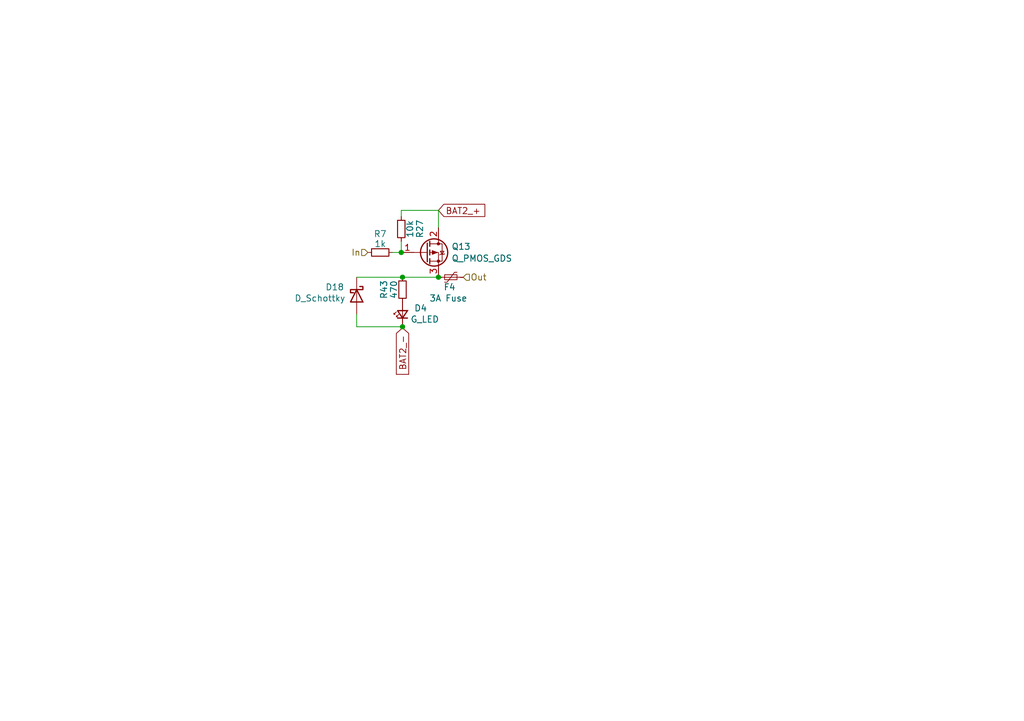
<source format=kicad_sch>
(kicad_sch (version 20230121) (generator eeschema)
  (paper "A5")
  (lib_symbols
    (symbol "Device:D_Schottky" (pin_numbers hide) (pin_names (offset 1.016) hide)
      (property "Reference" "D" (at 0 2.54 0))
      (property "Value" "D_Schottky" (at 0 -2.54 0))
      (symbol "D_Schottky_0_1"
        (polyline (pts (xy 1.27 0) (xy -1.27 0)))
        (polyline (pts (xy 1.27 1.27) (xy 1.27 -1.27) (xy -1.27 0) (xy 1.27 1.27)) (stroke (width 0.254)))
        (polyline (pts (xy -1.905 0.635) (xy -1.905 1.27) (xy -1.27 1.27) (xy -1.27 -1.27) (xy -0.635 -1.27) (xy -0.635 -0.635)) (stroke (width 0.254)))
      )
      (symbol "D_Schottky_1_1"
        (pin passive line (at -3.81 0 0) (length 2.54) (name "K") (number "1"))
        (pin passive line (at 3.81 0 180) (length 2.54) (name "A") (number "2"))
      )
    )
    (symbol "Device:LED_Small" (pin_numbers hide) (pin_names (offset 0.254) hide)
      (property "Reference" "D" (at -1.27 3.175 0))
      (property "Value" "LED_Small" (at -4.445 -2.54 0))
      (symbol "LED_Small_0_1"
        (polyline (pts (xy -0.762 -1.016) (xy -0.762 1.016)) (stroke (width 0.254)))
        (polyline (pts (xy 1.016 0) (xy -0.762 0)))
        (polyline (pts (xy 0.762 -1.016) (xy -0.762 0) (xy 0.762 1.016) (xy 0.762 -1.016)) (stroke (width 0.254)))
        (polyline (pts (xy 0 0.762) (xy -0.508 1.27) (xy -0.254 1.27) (xy -0.508 1.27) (xy -0.508 1.016)))
        (polyline (pts (xy 0.508 1.27) (xy 0 1.778) (xy 0.254 1.778) (xy 0 1.778) (xy 0 1.524)))
      )
      (symbol "LED_Small_1_1"
        (pin passive line (at -2.54 0 0) (length 1.778) (name "K") (number "1"))
        (pin passive line (at 2.54 0 180) (length 1.778) (name "A") (number "2"))
      )
    )
    (symbol "Device:Polyfuse_Small" (pin_numbers hide) (pin_names (offset 0))
      (property "Reference" "F" (at -1.905 0 90))
      (property "Value" "Polyfuse_Small" (at 1.905 0 90))
      (symbol "Polyfuse_Small_0_1"
        (rectangle (start -0.508 1.27) (end 0.508 -1.27))
        (polyline (pts (xy 0 2.54) (xy 0 -2.54)))
        (polyline (pts (xy -1.016 1.27) (xy -1.016 0.762) (xy 1.016 -0.762) (xy 1.016 -1.27)))
      )
      (symbol "Polyfuse_Small_1_1"
        (pin passive line (at 0 2.54 270) (length 0.635) (name "~") (number "1"))
        (pin passive line (at 0 -2.54 90) (length 0.635) (name "~") (number "2"))
      )
    )
    (symbol "Device:Q_PMOS_GDS" (pin_names (offset 0) hide)
      (property "Reference" "Q" (at 5.08 1.27 0))
      (property "Value" "Q_PMOS_GDS" (at 5.08 -1.27 0))
      (symbol "Q_PMOS_GDS_0_1"
        (polyline (pts (xy 0.254 0) (xy -2.54 0)))
        (polyline (pts (xy 0.254 1.905) (xy 0.254 -1.905)) (stroke (width 0.254)))
        (polyline (pts (xy 0.762 -1.27) (xy 0.762 -2.286)) (stroke (width 0.254)))
        (polyline (pts (xy 0.762 0.508) (xy 0.762 -0.508)) (stroke (width 0.254)))
        (polyline (pts (xy 0.762 2.286) (xy 0.762 1.27)) (stroke (width 0.254)))
        (polyline (pts (xy 2.54 2.54) (xy 2.54 1.778)))
        (polyline (pts (xy 2.54 -2.54) (xy 2.54 0) (xy 0.762 0)))
        (polyline (pts (xy 0.762 1.778) (xy 3.302 1.778) (xy 3.302 -1.778) (xy 0.762 -1.778)))
        (polyline (pts (xy 2.286 0) (xy 1.27 0.381) (xy 1.27 -0.381) (xy 2.286 0)) (fill (type outline)))
        (polyline (pts (xy 2.794 -0.508) (xy 2.921 -0.381) (xy 3.683 -0.381) (xy 3.81 -0.254)))
        (polyline (pts (xy 3.302 -0.381) (xy 2.921 0.254) (xy 3.683 0.254) (xy 3.302 -0.381)))
        (circle (center 1.651 0) (radius 2.794) (stroke (width 0.254)))
        (circle (center 2.54 -1.778) (radius 0.254) (fill (type outline)))
        (circle (center 2.54 1.778) (radius 0.254) (fill (type outline)))
      )
      (symbol "Q_PMOS_GDS_1_1"
        (pin input line (at -5.08 0 0) (length 2.54) (name "G") (number "1"))
        (pin passive line (at 2.54 5.08 270) (length 2.54) (name "D") (number "2"))
        (pin passive line (at 2.54 -5.08 90) (length 2.54) (name "S") (number "3"))
      )
    )
    (symbol "Device:R_Small" (pin_numbers hide) (pin_names (offset 0.254) hide)
      (property "Reference" "R" (at 0.762 0.508 0))
      (property "Value" "R_Small" (at 0.762 -1.016 0))
      (symbol "R_Small_0_1"
        (rectangle (start -0.762 1.778) (end 0.762 -1.778) (stroke (width 0.2032)))
      )
      (symbol "R_Small_1_1"
        (pin passive line (at 0 2.54 270) (length 0.762) (name "~") (number "1"))
        (pin passive line (at 0 -2.54 90) (length 0.762) (name "~") (number "2"))
      )
    )
  )
  (junction (at 89.916 56.896))
  (junction (at 82.55 56.896))
  (junction (at 82.296 51.816))
  (junction (at 82.55 67.056))
  (wire (pts (xy 80.518 51.816) (xy 82.296 51.816)))
  (wire (pts (xy 82.55 67.056) (xy 82.55 67.31)))
  (wire (pts (xy 89.916 46.736) (xy 89.916 43.18)))
  (wire (pts (xy 82.55 56.896) (xy 89.916 56.896)))
  (wire (pts (xy 82.55 67.056) (xy 73.152 67.056)))
  (wire (pts (xy 73.152 64.516) (xy 73.152 67.056)))
  (wire (pts (xy 82.55 56.896) (xy 73.152 56.896)))
  (wire (pts (xy 89.916 43.18) (xy 82.296 43.18)))
  (wire (pts (xy 82.296 43.18) (xy 82.296 44.45)))
  (wire (pts (xy 82.296 49.53) (xy 82.296 51.816)))
  (global_label "BAT2_+" (shape input) (at 89.916 43.18 0) (property "Intersheetrefs" "${INTERSHEET_REFS}" (effects hide)))
  (global_label "BAT2_-" (shape input) (at 82.55 67.31 270) (property "Intersheetrefs" "${INTERSHEET_REFS}" (effects hide)))
  (hierarchical_label "Out" (shape input) (at 94.996 56.896 0))
  (hierarchical_label "In" (shape input) (at 75.438 51.816 180))
  (symbol (lib_id "Device:R_Small") (at 82.55 59.436 180) (unit 1)
    (property "Reference" "R43" (at 78.74 59.436 90))
    (property "Value" "470" (at 80.772 59.436 90))
    (property "Footprint" "Resistor_SMD:R_0603_1608Metric" (effects hide))
    (instances (project "MOSFET-board" (path "" (reference "R43") (unit 1)) (path "" (reference "R50") (unit 1)) (path "" (reference "R41") (unit 1)) (path "" (reference "R48") (unit 1)) (path "" (reference "R49") (unit 1)) (path "" (reference "R45") (unit 1)) (path "" (reference "R47") (unit 1)) (path "" (reference "R46") (unit 1)) (path "" (reference "R44") (unit 1)) (path "" (reference "R42") (unit 1))))
  )
  (symbol (lib_id "Device:D_Schottky") (at 73.152 60.706 270) (unit 1)
    (property "Reference" "D18" (at 70.612 58.928 90) (effects (justify right)))
    (property "Value" "D_Schottky" (at 70.866 61.214 90) (effects (justify right)))
    (property "Footprint" "Diode_SMD:D_0603_1608Metric" (effects hide))
    (instances (project "MOSFET-board" (path "" (reference "D18") (unit 1)) (path "" (reference "D27") (unit 1)) (path "" (reference "D15") (unit 1)) (path "" (reference "D24") (unit 1)) (path "" (reference "D26") (unit 1)) (path "" (reference "D20") (unit 1)) (path "" (reference "D23") (unit 1)) (path "" (reference "D22") (unit 1)) (path "" (reference "D19") (unit 1)) (path "" (reference "D16") (unit 1))))
  )
  (symbol (lib_id "Device:Q_PMOS_GDS") (at 87.376 51.816 0) (unit 1)
    (property "Reference" "Q13" (at 92.583 50.6039 0) (effects (justify left)))
    (property "Value" "Q_PMOS_GDS" (at 92.583 53.0281 0) (effects (justify left)))
    (property "Footprint" "Capacitor_SMD:C_0603_1608Metric" (effects hide))
    (instances (project "MOSFET-board" (path "" (reference "Q13") (unit 1)) (path "" (reference "Q11") (unit 1)) (path "" (reference "Q12") (unit 1)) (path "" (reference "Q14") (unit 1)) (path "" (reference "Q15") (unit 1)) (path "" (reference "Q16") (unit 1)) (path "" (reference "Q17") (unit 1)) (path "" (reference "Q18") (unit 1)) (path "" (reference "Q19") (unit 1)) (path "" (reference "Q20") (unit 1))))
  )
  (symbol (lib_id "Device:Polyfuse_Small") (at 92.456 56.896 270) (unit 1)
    (property "Reference" "F4" (at 92.202 58.928 90))
    (property "Value" "3A Fuse" (at 91.948 61.214 90))
    (property "Footprint" "Fuse:Fuse_2920_7451Metric" (effects hide))
    (instances (project "MOSFET-board" (path "" (reference "F4") (unit 1)) (path "" (reference "F11") (unit 1)) (path "" (reference "F2") (unit 1)) (path "" (reference "F9") (unit 1)) (path "" (reference "F10") (unit 1)) (path "" (reference "F6") (unit 1)) (path "" (reference "F8") (unit 1)) (path "" (reference "F7") (unit 1)) (path "" (reference "F5") (unit 1)) (path "" (reference "F3") (unit 1))))
  )
  (symbol (lib_id "Device:R_Small") (at 82.296 46.99 0) (unit 1)
    (property "Reference" "R27" (at 86.106 46.99 90))
    (property "Value" "10k" (at 84.074 46.99 90))
    (property "Footprint" "Resistor_SMD:R_0603_1608Metric" (effects hide))
    (instances (project "MOSFET-board" (path "" (reference "R27") (unit 1)) (path "" (reference "R40") (unit 1)) (path "" (reference "R23") (unit 1)) (path "" (reference "R36") (unit 1)) (path "" (reference "R39") (unit 1)) (path "" (reference "R31") (unit 1)) (path "" (reference "R35") (unit 1)) (path "" (reference "R32") (unit 1)) (path "" (reference "R28") (unit 1)) (path "" (reference "R24") (unit 1))))
  )
  (symbol (lib_id "Device:R_Small") (at 77.978 51.816 90) (unit 1)
    (property "Reference" "R7" (at 77.978 48.006 90))
    (property "Value" "1k" (at 77.978 50.038 90))
    (property "Footprint" "Resistor_SMD:R_0603_1608Metric" (effects hide))
    (instances (project "MOSFET-board" (path "" (reference "R7") (unit 1)) (path "" (reference "R20") (unit 1)) (path "" (reference "R3") (unit 1)) (path "" (reference "R16") (unit 1)) (path "" (reference "R19") (unit 1)) (path "" (reference "R11") (unit 1)) (path "" (reference "R15") (unit 1)) (path "" (reference "R12") (unit 1)) (path "" (reference "R8") (unit 1)) (path "" (reference "R4") (unit 1))))
  )
  (symbol (lib_id "Device:LED_Small") (at 82.55 64.516 90) (unit 1)
    (property "Reference" "D4" (at 87.63 63.246 90) (effects (justify left)))
    (property "Value" "G_LED" (at 87.122 65.532 90))
    (property "Footprint" "LED_SMD:LED_0603_1608Metric" (effects hide))
    (instances (project "MOSFET-board" (path "" (reference "D4") (unit 1)) (path "" (reference "D14") (unit 1)) (path "" (reference "D2") (unit 1)) (path "" (reference "D11") (unit 1)) (path "" (reference "D12") (unit 1)) (path "" (reference "D7") (unit 1)) (path "" (reference "D10") (unit 1)) (path "" (reference "D8") (unit 1)) (path "" (reference "D6") (unit 1)) (path "" (reference "D3") (unit 1))))
  )
)
</source>
